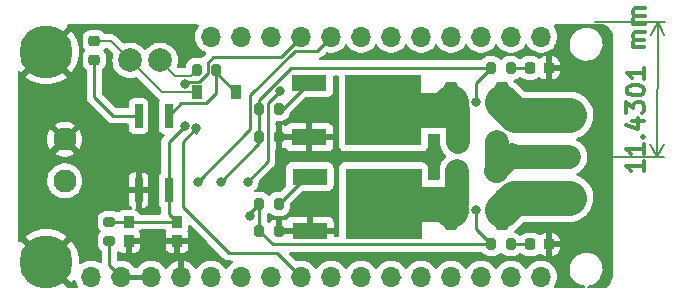
<source format=gtl>
G04 #@! TF.GenerationSoftware,KiCad,Pcbnew,7.0.1*
G04 #@! TF.CreationDate,2023-06-02T18:51:41-05:00*
G04 #@! TF.ProjectId,MiniSSO,4d696e69-5353-44f2-9e6b-696361645f70,2*
G04 #@! TF.SameCoordinates,Original*
G04 #@! TF.FileFunction,Copper,L1,Top*
G04 #@! TF.FilePolarity,Positive*
%FSLAX46Y46*%
G04 Gerber Fmt 4.6, Leading zero omitted, Abs format (unit mm)*
G04 Created by KiCad (PCBNEW 7.0.1) date 2023-06-02 18:51:41*
%MOMM*%
%LPD*%
G01*
G04 APERTURE LIST*
G04 Aperture macros list*
%AMRoundRect*
0 Rectangle with rounded corners*
0 $1 Rounding radius*
0 $2 $3 $4 $5 $6 $7 $8 $9 X,Y pos of 4 corners*
0 Add a 4 corners polygon primitive as box body*
4,1,4,$2,$3,$4,$5,$6,$7,$8,$9,$2,$3,0*
0 Add four circle primitives for the rounded corners*
1,1,$1+$1,$2,$3*
1,1,$1+$1,$4,$5*
1,1,$1+$1,$6,$7*
1,1,$1+$1,$8,$9*
0 Add four rect primitives between the rounded corners*
20,1,$1+$1,$2,$3,$4,$5,0*
20,1,$1+$1,$4,$5,$6,$7,0*
20,1,$1+$1,$6,$7,$8,$9,0*
20,1,$1+$1,$8,$9,$2,$3,0*%
G04 Aperture macros list end*
%ADD10C,0.300000*%
G04 #@! TA.AperFunction,NonConductor*
%ADD11C,0.300000*%
G04 #@! TD*
G04 #@! TA.AperFunction,NonConductor*
%ADD12C,0.200000*%
G04 #@! TD*
G04 #@! TA.AperFunction,SMDPad,CuDef*
%ADD13R,3.000000X1.400000*%
G04 #@! TD*
G04 #@! TA.AperFunction,SMDPad,CuDef*
%ADD14R,6.500000X6.000000*%
G04 #@! TD*
G04 #@! TA.AperFunction,SMDPad,CuDef*
%ADD15RoundRect,0.218750X-0.256250X0.218750X-0.256250X-0.218750X0.256250X-0.218750X0.256250X0.218750X0*%
G04 #@! TD*
G04 #@! TA.AperFunction,ComponentPad*
%ADD16C,4.500000*%
G04 #@! TD*
G04 #@! TA.AperFunction,SMDPad,CuDef*
%ADD17R,0.900000X1.200000*%
G04 #@! TD*
G04 #@! TA.AperFunction,SMDPad,CuDef*
%ADD18RoundRect,0.200000X-0.200000X-0.275000X0.200000X-0.275000X0.200000X0.275000X-0.200000X0.275000X0*%
G04 #@! TD*
G04 #@! TA.AperFunction,ComponentPad*
%ADD19O,1.700000X1.700000*%
G04 #@! TD*
G04 #@! TA.AperFunction,SMDPad,CuDef*
%ADD20RoundRect,0.218750X0.218750X0.256250X-0.218750X0.256250X-0.218750X-0.256250X0.218750X-0.256250X0*%
G04 #@! TD*
G04 #@! TA.AperFunction,ComponentPad*
%ADD21C,1.950000*%
G04 #@! TD*
G04 #@! TA.AperFunction,ComponentPad*
%ADD22C,2.000000*%
G04 #@! TD*
G04 #@! TA.AperFunction,SMDPad,CuDef*
%ADD23RoundRect,0.200000X0.275000X-0.200000X0.275000X0.200000X-0.275000X0.200000X-0.275000X-0.200000X0*%
G04 #@! TD*
G04 #@! TA.AperFunction,SMDPad,CuDef*
%ADD24RoundRect,0.250000X-0.312500X-1.450000X0.312500X-1.450000X0.312500X1.450000X-0.312500X1.450000X0*%
G04 #@! TD*
G04 #@! TA.AperFunction,SMDPad,CuDef*
%ADD25R,0.900000X1.000000*%
G04 #@! TD*
G04 #@! TA.AperFunction,SMDPad,CuDef*
%ADD26R,0.640000X2.000000*%
G04 #@! TD*
G04 #@! TA.AperFunction,ViaPad*
%ADD27C,0.800000*%
G04 #@! TD*
G04 #@! TA.AperFunction,Conductor*
%ADD28C,0.250000*%
G04 #@! TD*
G04 #@! TA.AperFunction,Conductor*
%ADD29C,0.200000*%
G04 #@! TD*
G04 #@! TA.AperFunction,Conductor*
%ADD30C,0.450000*%
G04 #@! TD*
G04 #@! TA.AperFunction,Conductor*
%ADD31C,2.000000*%
G04 #@! TD*
G04 #@! TA.AperFunction,Conductor*
%ADD32C,3.000000*%
G04 #@! TD*
G04 APERTURE END LIST*
D10*
D11*
X169987318Y-81301591D02*
X169983509Y-82158726D01*
X169985414Y-81730159D02*
X168485428Y-81723492D01*
X168485428Y-81723492D02*
X168699077Y-81867300D01*
X168699077Y-81867300D02*
X168841298Y-82010791D01*
X168841298Y-82010791D02*
X168912091Y-82153964D01*
X169993668Y-79873035D02*
X169989858Y-80730169D01*
X169991763Y-80301602D02*
X168491778Y-80294935D01*
X168491778Y-80294935D02*
X168705426Y-80438743D01*
X168705426Y-80438743D02*
X168847647Y-80582234D01*
X168847647Y-80582234D02*
X168918440Y-80725407D01*
X169853669Y-79229549D02*
X169925414Y-79158439D01*
X169925414Y-79158439D02*
X169996525Y-79230184D01*
X169996525Y-79230184D02*
X169924779Y-79301295D01*
X169924779Y-79301295D02*
X169853669Y-79229549D01*
X169853669Y-79229549D02*
X169996525Y-79230184D01*
X169002566Y-77868610D02*
X170002556Y-77873054D01*
X168429556Y-78223210D02*
X169499387Y-78585111D01*
X169499387Y-78585111D02*
X169503514Y-77656549D01*
X168505428Y-77223538D02*
X168509555Y-76294975D01*
X168509555Y-76294975D02*
X169078756Y-76797510D01*
X169078756Y-76797510D02*
X169079708Y-76583226D01*
X169079708Y-76583226D02*
X169151771Y-76440688D01*
X169151771Y-76440688D02*
X169223516Y-76369578D01*
X169223516Y-76369578D02*
X169366690Y-76298785D01*
X169366690Y-76298785D02*
X169723829Y-76300372D01*
X169723829Y-76300372D02*
X169866367Y-76372435D01*
X169866367Y-76372435D02*
X169937478Y-76444180D01*
X169937478Y-76444180D02*
X170008271Y-76587353D01*
X170008271Y-76587353D02*
X170006366Y-77015921D01*
X170006366Y-77015921D02*
X169934303Y-77158459D01*
X169934303Y-77158459D02*
X169862558Y-77229569D01*
X168513682Y-75366413D02*
X168514317Y-75223558D01*
X168514317Y-75223558D02*
X168586380Y-75081019D01*
X168586380Y-75081019D02*
X168658125Y-75009909D01*
X168658125Y-75009909D02*
X168801298Y-74939116D01*
X168801298Y-74939116D02*
X169087327Y-74868958D01*
X169087327Y-74868958D02*
X169444467Y-74870545D01*
X169444467Y-74870545D02*
X169729861Y-74943243D01*
X169729861Y-74943243D02*
X169872399Y-75015306D01*
X169872399Y-75015306D02*
X169943509Y-75087051D01*
X169943509Y-75087051D02*
X170014302Y-75230224D01*
X170014302Y-75230224D02*
X170013667Y-75373080D01*
X170013667Y-75373080D02*
X169941605Y-75515618D01*
X169941605Y-75515618D02*
X169869859Y-75586729D01*
X169869859Y-75586729D02*
X169726686Y-75657522D01*
X169726686Y-75657522D02*
X169440657Y-75727680D01*
X169440657Y-75727680D02*
X169083518Y-75726092D01*
X169083518Y-75726092D02*
X168798124Y-75653395D01*
X168798124Y-75653395D02*
X168655585Y-75581332D01*
X168655585Y-75581332D02*
X168584475Y-75509587D01*
X168584475Y-75509587D02*
X168513682Y-75366413D01*
X170022239Y-73444528D02*
X170018429Y-74301662D01*
X170020334Y-73873095D02*
X168520349Y-73866429D01*
X168520349Y-73866429D02*
X168733997Y-74010237D01*
X168733997Y-74010237D02*
X168876218Y-74153727D01*
X168876218Y-74153727D02*
X168947011Y-74296901D01*
X170030175Y-71658832D02*
X169030185Y-71654388D01*
X169173041Y-71655023D02*
X169101930Y-71583277D01*
X169101930Y-71583277D02*
X169031137Y-71440104D01*
X169031137Y-71440104D02*
X169032090Y-71225820D01*
X169032090Y-71225820D02*
X169104152Y-71083282D01*
X169104152Y-71083282D02*
X169247326Y-71012489D01*
X169247326Y-71012489D02*
X170033032Y-71015981D01*
X169247326Y-71012489D02*
X169104787Y-70940426D01*
X169104787Y-70940426D02*
X169033994Y-70797253D01*
X169033994Y-70797253D02*
X169034947Y-70582970D01*
X169034947Y-70582970D02*
X169107010Y-70440431D01*
X169107010Y-70440431D02*
X169250183Y-70369638D01*
X169250183Y-70369638D02*
X170035889Y-70373130D01*
X170039064Y-69658852D02*
X169039074Y-69654407D01*
X169181929Y-69655042D02*
X169110819Y-69583297D01*
X169110819Y-69583297D02*
X169040026Y-69440124D01*
X169040026Y-69440124D02*
X169040978Y-69225840D01*
X169040978Y-69225840D02*
X169113041Y-69083302D01*
X169113041Y-69083302D02*
X169256214Y-69012509D01*
X169256214Y-69012509D02*
X170041921Y-69016001D01*
X169256214Y-69012509D02*
X169113676Y-68940446D01*
X169113676Y-68940446D02*
X169042883Y-68797273D01*
X169042883Y-68797273D02*
X169043836Y-68582989D01*
X169043836Y-68582989D02*
X169115898Y-68440451D01*
X169115898Y-68440451D02*
X169259072Y-68369658D01*
X169259072Y-68369658D02*
X170044778Y-68373150D01*
D12*
X165853995Y-69496622D02*
X171732177Y-69522747D01*
X165803195Y-80926622D02*
X171681377Y-80952747D01*
X171145763Y-69520141D02*
X171094963Y-80950141D01*
X171145763Y-69520141D02*
X171094963Y-80950141D01*
X171145763Y-69520141D02*
X171727171Y-70649240D01*
X171145763Y-69520141D02*
X170554341Y-70644027D01*
X171094963Y-80950141D02*
X170513555Y-79821042D01*
X171094963Y-80950141D02*
X171686385Y-79826255D01*
D13*
X141700000Y-82600000D03*
X141700000Y-87200000D03*
D14*
X147950000Y-84900000D03*
D15*
X123444000Y-71120000D03*
X123444000Y-72695000D03*
D16*
X119370725Y-72029269D03*
D17*
X157504400Y-79654400D03*
X154204400Y-79654400D03*
D18*
X137425000Y-84925000D03*
X139075000Y-84925000D03*
D19*
X133340725Y-70759269D03*
X135880725Y-70759269D03*
X138420725Y-70759269D03*
X140960725Y-70759269D03*
X143500725Y-70759269D03*
X146040725Y-70759269D03*
X148580725Y-70759269D03*
X151120725Y-70759269D03*
X153660725Y-70759269D03*
X156200725Y-70759269D03*
X158740725Y-70759269D03*
X161280725Y-70759269D03*
D17*
X157500000Y-82100000D03*
X154200000Y-82100000D03*
D20*
X161937500Y-88350000D03*
X160362500Y-88350000D03*
D21*
X120954800Y-82956400D03*
X120954800Y-79456400D03*
D16*
X119370725Y-89809269D03*
D18*
X137425000Y-87225000D03*
X139075000Y-87225000D03*
D20*
X161925100Y-73406000D03*
X160350100Y-73406000D03*
D13*
X141668850Y-74662000D03*
X141668850Y-79262000D03*
D14*
X147918850Y-76962000D03*
D18*
X137425000Y-79250000D03*
X139075000Y-79250000D03*
D22*
X126492000Y-72771000D03*
X129032000Y-72771000D03*
D18*
X132121525Y-73553269D03*
X133771525Y-73553269D03*
X157075000Y-88350000D03*
X158725000Y-88350000D03*
D23*
X124714000Y-88074000D03*
X124714000Y-86424000D03*
D24*
X153655350Y-76327000D03*
X157930350Y-76327000D03*
X153662500Y-85450000D03*
X157937500Y-85450000D03*
D25*
X126347000Y-86449000D03*
X130447000Y-86449000D03*
X126347000Y-88049000D03*
X130447000Y-88049000D03*
D18*
X137400000Y-76925000D03*
X139050000Y-76925000D03*
D19*
X161280725Y-91079269D03*
X158740725Y-91079269D03*
X156200725Y-91079269D03*
X153660725Y-91079269D03*
X151120725Y-91079269D03*
X148580725Y-91079269D03*
X146040725Y-91079269D03*
X143500725Y-91079269D03*
X140960725Y-91079269D03*
X138420725Y-91079269D03*
X135880725Y-91079269D03*
X133340725Y-91079269D03*
X130800725Y-91079269D03*
X128260725Y-91079269D03*
X125720725Y-91079269D03*
X123180725Y-91079269D03*
D21*
X163682400Y-77424400D03*
X163682400Y-80924400D03*
X163682400Y-84424400D03*
D18*
X157061400Y-73406000D03*
X158711400Y-73406000D03*
D26*
X129733925Y-77464469D03*
X127193925Y-77464469D03*
X127193925Y-83764469D03*
X129733925Y-83764469D03*
D17*
X135447925Y-75483669D03*
X132147925Y-75483669D03*
D27*
X163500000Y-74500000D03*
X163500000Y-87000000D03*
X141000000Y-85000000D03*
X142500000Y-77000000D03*
X165500000Y-87000000D03*
X142500000Y-85000000D03*
X141000000Y-77000000D03*
X165500000Y-74500000D03*
X132083380Y-78528796D03*
X131100000Y-74784169D03*
X132250000Y-83023900D03*
X139178213Y-75328213D03*
X136450000Y-83023900D03*
X131100000Y-78350000D03*
X155792850Y-76327000D03*
X134200000Y-83023900D03*
X136625000Y-85950000D03*
X155800000Y-85425000D03*
D28*
X133771525Y-73553269D02*
X133771525Y-75559091D01*
X133771525Y-73807269D02*
X133771525Y-73553269D01*
X135447925Y-75483669D02*
X133771525Y-73807269D01*
X132922436Y-76408180D02*
X130790214Y-76408180D01*
X130790214Y-76408180D02*
X129733925Y-77464469D01*
X133771525Y-75559091D02*
X132922436Y-76408180D01*
D29*
X126492000Y-72771000D02*
X124841000Y-71120000D01*
X124841000Y-71120000D02*
X123444000Y-71120000D01*
X132147925Y-75483669D02*
X129204669Y-75483669D01*
X129204669Y-75483669D02*
X126492000Y-72771000D01*
D28*
X139075000Y-87225000D02*
X139100000Y-87200000D01*
X139075000Y-79250000D02*
X139087000Y-79262000D01*
X139100000Y-87200000D02*
X141700000Y-87200000D01*
X139087000Y-79262000D02*
X141668850Y-79262000D01*
X149342725Y-91079269D02*
X148580725Y-91079269D01*
X130950000Y-79662176D02*
X132083380Y-78528796D01*
X132083380Y-78716620D02*
X132083380Y-78891620D01*
X132083380Y-78528796D02*
X132083380Y-78716620D01*
X134850000Y-89075000D02*
X130950000Y-85175000D01*
X138956456Y-89075000D02*
X134850000Y-89075000D01*
X140960725Y-91079269D02*
X138956456Y-89075000D01*
X130950000Y-85175000D02*
X130950000Y-79662176D01*
X124714000Y-90072544D02*
X125720725Y-91079269D01*
X128260725Y-90562655D02*
X128260725Y-91079269D01*
X124714000Y-88074000D02*
X124714000Y-90072544D01*
D30*
X128260725Y-91079269D02*
X125720725Y-91079269D01*
D28*
X133047005Y-73844572D02*
X133047005Y-72952995D01*
X133047005Y-72952995D02*
X133500000Y-72500000D01*
X139219994Y-72500000D02*
X140960725Y-70759269D01*
X132332419Y-74559158D02*
X133047005Y-73844572D01*
X133500000Y-72500000D02*
X139219994Y-72500000D01*
X131100000Y-74784169D02*
X131325011Y-74559158D01*
X131325011Y-74559158D02*
X132332419Y-74559158D01*
X136675000Y-75733006D02*
X140474226Y-71933780D01*
X132250000Y-83023900D02*
X136675000Y-78598900D01*
X143500725Y-71007541D02*
X143500725Y-70759269D01*
X142326214Y-71933780D02*
X143500725Y-70759269D01*
X136675000Y-78598900D02*
X136675000Y-75733006D01*
X140474226Y-71933780D02*
X142326214Y-71933780D01*
X138149520Y-81324380D02*
X138149520Y-76356906D01*
X136450000Y-83023900D02*
X138149520Y-81324380D01*
X138149520Y-76356906D02*
X139178213Y-75328213D01*
X150934725Y-70945269D02*
X151120725Y-70759269D01*
X153484725Y-70935269D02*
X153660725Y-70759269D01*
X161280725Y-70759269D02*
X160518725Y-70759269D01*
D29*
X132121525Y-73553269D02*
X131613525Y-74061269D01*
X130322269Y-74061269D02*
X129032000Y-72771000D01*
X131613525Y-74061269D02*
X130322269Y-74061269D01*
D28*
X129733925Y-79716075D02*
X129733925Y-83764469D01*
X131100000Y-78350000D02*
X129733925Y-79716075D01*
X129733925Y-85735925D02*
X130447000Y-86449000D01*
X124739000Y-86449000D02*
X124714000Y-86424000D01*
X126347000Y-86449000D02*
X124739000Y-86449000D01*
X129733925Y-83764469D02*
X129733925Y-85735925D01*
X126347000Y-86449000D02*
X130447000Y-86449000D01*
X123444000Y-72695000D02*
X123444000Y-75882000D01*
X125026469Y-77464469D02*
X127193925Y-77464469D01*
X123444000Y-75882000D02*
X125026469Y-77464469D01*
X158711400Y-73406000D02*
X160350100Y-73406000D01*
D31*
X154204400Y-76876050D02*
X153655350Y-76327000D01*
D32*
X147918850Y-76962000D02*
X153020350Y-76962000D01*
D31*
X154204400Y-79654400D02*
X154204400Y-76876050D01*
D32*
X153020350Y-76962000D02*
X153655350Y-76327000D01*
X159027750Y-77424400D02*
X157930350Y-76327000D01*
X163682400Y-77424400D02*
X159027750Y-77424400D01*
D28*
X139050000Y-76925000D02*
X139405850Y-76925000D01*
X139405850Y-76925000D02*
X141668850Y-74662000D01*
X140075828Y-73406000D02*
X157061400Y-73406000D01*
X137400000Y-76925000D02*
X137400000Y-76081828D01*
X137425000Y-76950000D02*
X137400000Y-76925000D01*
X134200000Y-83023900D02*
X137425000Y-79798900D01*
X137425000Y-79798900D02*
X137425000Y-79250000D01*
X137400000Y-76081828D02*
X140075828Y-73406000D01*
X155792850Y-74674550D02*
X155792850Y-76327000D01*
X157061400Y-73406000D02*
X155792850Y-74674550D01*
X137425000Y-79250000D02*
X137425000Y-76950000D01*
D31*
X157500000Y-82100000D02*
X158850000Y-80750000D01*
X158850000Y-80750000D02*
X159024400Y-80924400D01*
X157504400Y-79654400D02*
X157504400Y-82095600D01*
X159024400Y-80924400D02*
X163682400Y-80924400D01*
X157504400Y-82095600D02*
X157500000Y-82100000D01*
D32*
X163682400Y-84424400D02*
X158963100Y-84424400D01*
X158963100Y-84424400D02*
X157937500Y-85450000D01*
D28*
X136625000Y-85950000D02*
X136625000Y-85725000D01*
X155800000Y-87075000D02*
X155800000Y-85425000D01*
X137425000Y-87225000D02*
X138550000Y-88350000D01*
X137425000Y-87225000D02*
X137425000Y-84925000D01*
X136625000Y-85725000D02*
X137425000Y-84925000D01*
X138550000Y-88350000D02*
X157075000Y-88350000D01*
X157075000Y-88350000D02*
X155800000Y-87075000D01*
X158725000Y-88350000D02*
X160362500Y-88350000D01*
D32*
X153112500Y-84900000D02*
X153662500Y-85450000D01*
D31*
X154200000Y-84912500D02*
X153662500Y-85450000D01*
D32*
X147950000Y-84900000D02*
X153112500Y-84900000D01*
D31*
X154200000Y-82100000D02*
X154200000Y-84912500D01*
D28*
X141400000Y-82600000D02*
X141700000Y-82600000D01*
X139075000Y-84925000D02*
X141400000Y-82600000D01*
G04 #@! TA.AperFunction,Conductor*
G36*
X166622364Y-69728406D02*
G01*
X166655743Y-69744162D01*
X166994620Y-69970080D01*
X167013823Y-69985823D01*
X167237966Y-70209966D01*
X167268405Y-70259216D01*
X167379534Y-70592602D01*
X167386000Y-70632447D01*
X167386000Y-91034735D01*
X167376988Y-91081530D01*
X167141604Y-91669988D01*
X167113711Y-91712288D01*
X166787902Y-92038097D01*
X166747028Y-92065409D01*
X166698810Y-92075000D01*
X165328793Y-92075000D01*
X165267343Y-92059000D01*
X165221500Y-92015063D01*
X165202907Y-91954347D01*
X165216284Y-91892274D01*
X165258236Y-91844608D01*
X165318108Y-91823454D01*
X165327080Y-91822690D01*
X165384467Y-91807747D01*
X165556634Y-91762919D01*
X165772785Y-91665212D01*
X165969315Y-91532382D01*
X166140569Y-91368248D01*
X166281621Y-91177533D01*
X166388413Y-90965723D01*
X166457873Y-90738912D01*
X166488003Y-90503625D01*
X166477935Y-90266630D01*
X166427961Y-90034745D01*
X166339516Y-89814642D01*
X166215146Y-89612652D01*
X166215145Y-89612651D01*
X166215144Y-89612649D01*
X166058429Y-89434587D01*
X165873873Y-89285568D01*
X165666783Y-89169880D01*
X165443126Y-89090858D01*
X165436892Y-89089789D01*
X165209329Y-89050769D01*
X165031534Y-89050769D01*
X165031533Y-89050769D01*
X164854369Y-89065847D01*
X164624818Y-89125618D01*
X164408664Y-89223325D01*
X164212132Y-89356157D01*
X164040884Y-89520285D01*
X163899829Y-89711005D01*
X163793035Y-89922818D01*
X163723576Y-90149626D01*
X163693446Y-90384913D01*
X163703514Y-90621905D01*
X163753488Y-90853792D01*
X163841934Y-91073896D01*
X163966305Y-91275888D01*
X164047596Y-91368252D01*
X164123022Y-91453952D01*
X164144849Y-91471576D01*
X164307576Y-91602969D01*
X164307577Y-91602969D01*
X164307579Y-91602971D01*
X164514665Y-91718657D01*
X164738324Y-91797680D01*
X164896560Y-91824812D01*
X164953026Y-91849857D01*
X164990803Y-91898731D01*
X165000811Y-91959686D01*
X164980645Y-92018073D01*
X164935152Y-92059858D01*
X164875265Y-92075000D01*
X162485745Y-92075000D01*
X162421247Y-92057241D01*
X162374931Y-92008969D01*
X162359853Y-91943793D01*
X162380261Y-91880086D01*
X162479585Y-91728060D01*
X162570021Y-91521885D01*
X162625289Y-91303637D01*
X162643881Y-91079269D01*
X162625289Y-90854901D01*
X162570021Y-90636653D01*
X162479585Y-90430478D01*
X162356447Y-90242001D01*
X162203965Y-90076363D01*
X162203964Y-90076362D01*
X162203962Y-90076360D01*
X162026303Y-89938081D01*
X161828298Y-89830926D01*
X161637961Y-89765584D01*
X161615360Y-89757825D01*
X161393294Y-89720769D01*
X161168156Y-89720769D01*
X160946090Y-89757825D01*
X160946087Y-89757825D01*
X160946087Y-89757826D01*
X160733151Y-89830926D01*
X160535146Y-89938081D01*
X160357487Y-90076360D01*
X160205003Y-90242000D01*
X160116208Y-90377912D01*
X160070694Y-90419810D01*
X160010725Y-90434996D01*
X159950756Y-90419810D01*
X159905242Y-90377912D01*
X159816446Y-90242000D01*
X159663965Y-90076363D01*
X159663964Y-90076362D01*
X159663962Y-90076360D01*
X159486303Y-89938081D01*
X159288298Y-89830926D01*
X159097961Y-89765584D01*
X159075360Y-89757825D01*
X158853294Y-89720769D01*
X158628156Y-89720769D01*
X158406090Y-89757825D01*
X158406087Y-89757825D01*
X158406087Y-89757826D01*
X158193151Y-89830926D01*
X157995146Y-89938081D01*
X157817487Y-90076360D01*
X157665003Y-90242000D01*
X157576208Y-90377912D01*
X157530694Y-90419810D01*
X157470725Y-90434996D01*
X157410756Y-90419810D01*
X157365242Y-90377912D01*
X157276446Y-90242000D01*
X157123965Y-90076363D01*
X157123964Y-90076362D01*
X157123962Y-90076360D01*
X156946303Y-89938081D01*
X156748298Y-89830926D01*
X156557961Y-89765584D01*
X156535360Y-89757825D01*
X156313294Y-89720769D01*
X156088156Y-89720769D01*
X155866090Y-89757825D01*
X155866087Y-89757825D01*
X155866087Y-89757826D01*
X155653151Y-89830926D01*
X155455146Y-89938081D01*
X155277487Y-90076360D01*
X155125003Y-90242000D01*
X155036208Y-90377912D01*
X154990694Y-90419810D01*
X154930725Y-90434996D01*
X154870756Y-90419810D01*
X154825242Y-90377912D01*
X154736446Y-90242000D01*
X154583965Y-90076363D01*
X154583964Y-90076362D01*
X154583962Y-90076360D01*
X154406303Y-89938081D01*
X154208298Y-89830926D01*
X154017961Y-89765584D01*
X153995360Y-89757825D01*
X153773294Y-89720769D01*
X153548156Y-89720769D01*
X153326090Y-89757825D01*
X153326087Y-89757825D01*
X153326087Y-89757826D01*
X153113151Y-89830926D01*
X152915146Y-89938081D01*
X152737487Y-90076360D01*
X152585003Y-90242000D01*
X152496208Y-90377912D01*
X152450694Y-90419810D01*
X152390725Y-90434996D01*
X152330756Y-90419810D01*
X152285242Y-90377912D01*
X152196446Y-90242000D01*
X152043965Y-90076363D01*
X152043964Y-90076362D01*
X152043962Y-90076360D01*
X151866303Y-89938081D01*
X151668298Y-89830926D01*
X151477961Y-89765584D01*
X151455360Y-89757825D01*
X151233294Y-89720769D01*
X151008156Y-89720769D01*
X150786090Y-89757825D01*
X150786087Y-89757825D01*
X150786087Y-89757826D01*
X150573151Y-89830926D01*
X150375146Y-89938081D01*
X150197487Y-90076360D01*
X150045003Y-90242000D01*
X149956208Y-90377912D01*
X149910694Y-90419810D01*
X149850725Y-90434996D01*
X149790756Y-90419810D01*
X149745242Y-90377912D01*
X149656446Y-90242000D01*
X149503965Y-90076363D01*
X149503964Y-90076362D01*
X149503962Y-90076360D01*
X149326303Y-89938081D01*
X149128298Y-89830926D01*
X148937961Y-89765584D01*
X148915360Y-89757825D01*
X148693294Y-89720769D01*
X148468156Y-89720769D01*
X148246090Y-89757825D01*
X148246087Y-89757825D01*
X148246087Y-89757826D01*
X148033151Y-89830926D01*
X147835146Y-89938081D01*
X147657487Y-90076360D01*
X147505003Y-90242000D01*
X147416208Y-90377912D01*
X147370694Y-90419810D01*
X147310725Y-90434996D01*
X147250756Y-90419810D01*
X147205242Y-90377912D01*
X147116446Y-90242000D01*
X146963965Y-90076363D01*
X146963964Y-90076362D01*
X146963962Y-90076360D01*
X146786303Y-89938081D01*
X146588298Y-89830926D01*
X146397961Y-89765584D01*
X146375360Y-89757825D01*
X146153294Y-89720769D01*
X145928156Y-89720769D01*
X145706090Y-89757825D01*
X145706087Y-89757825D01*
X145706087Y-89757826D01*
X145493151Y-89830926D01*
X145295146Y-89938081D01*
X145117487Y-90076360D01*
X144965003Y-90242000D01*
X144876208Y-90377912D01*
X144830694Y-90419810D01*
X144770725Y-90434996D01*
X144710756Y-90419810D01*
X144665242Y-90377912D01*
X144576446Y-90242000D01*
X144423965Y-90076363D01*
X144423964Y-90076362D01*
X144423962Y-90076360D01*
X144246303Y-89938081D01*
X144048298Y-89830926D01*
X143857961Y-89765584D01*
X143835360Y-89757825D01*
X143613294Y-89720769D01*
X143388156Y-89720769D01*
X143166090Y-89757825D01*
X143166087Y-89757825D01*
X143166087Y-89757826D01*
X142953151Y-89830926D01*
X142755146Y-89938081D01*
X142577487Y-90076360D01*
X142425003Y-90242000D01*
X142336208Y-90377912D01*
X142290694Y-90419810D01*
X142230725Y-90434996D01*
X142170756Y-90419810D01*
X142125242Y-90377912D01*
X142036446Y-90242000D01*
X141883965Y-90076363D01*
X141883964Y-90076362D01*
X141883962Y-90076360D01*
X141706303Y-89938081D01*
X141508298Y-89830926D01*
X141317961Y-89765584D01*
X141295360Y-89757825D01*
X141073294Y-89720769D01*
X140848156Y-89720769D01*
X140626090Y-89757825D01*
X140626085Y-89757826D01*
X140615793Y-89759544D01*
X140615273Y-89756431D01*
X140563476Y-89759098D01*
X140502801Y-89725440D01*
X139975956Y-89198595D01*
X139945218Y-89148436D01*
X139940602Y-89089789D01*
X139963115Y-89035439D01*
X140007848Y-88997233D01*
X140065051Y-88983500D01*
X156192757Y-88983500D01*
X156254655Y-88999752D01*
X156300585Y-89044315D01*
X156313184Y-89065156D01*
X156434842Y-89186814D01*
X156434844Y-89186815D01*
X156434845Y-89186816D01*
X156582087Y-89275827D01*
X156746351Y-89327013D01*
X156817735Y-89333500D01*
X157332264Y-89333499D01*
X157403649Y-89327013D01*
X157567913Y-89275827D01*
X157715155Y-89186816D01*
X157753940Y-89148031D01*
X157810905Y-89091067D01*
X157867389Y-89058455D01*
X157932611Y-89058455D01*
X157989095Y-89091067D01*
X158084842Y-89186814D01*
X158084844Y-89186815D01*
X158084845Y-89186816D01*
X158232087Y-89275827D01*
X158396351Y-89327013D01*
X158467735Y-89333500D01*
X158982264Y-89333499D01*
X159053649Y-89327013D01*
X159217913Y-89275827D01*
X159365155Y-89186816D01*
X159397243Y-89154728D01*
X159441397Y-89110575D01*
X159497881Y-89077963D01*
X159563103Y-89077963D01*
X159619587Y-89110575D01*
X159689609Y-89180597D01*
X159689611Y-89180598D01*
X159689613Y-89180600D01*
X159833567Y-89269392D01*
X159834310Y-89269850D01*
X159995682Y-89323323D01*
X159995683Y-89323323D01*
X159995686Y-89323324D01*
X160095289Y-89333500D01*
X160629710Y-89333499D01*
X160729314Y-89323324D01*
X160890692Y-89269849D01*
X161035387Y-89180600D01*
X161061259Y-89154727D01*
X161117740Y-89122117D01*
X161182963Y-89122116D01*
X161239448Y-89154728D01*
X161264922Y-89180202D01*
X161409519Y-89269391D01*
X161570788Y-89322830D01*
X161670332Y-89333000D01*
X161683500Y-89333000D01*
X161683500Y-88604000D01*
X162191500Y-88604000D01*
X162191500Y-89332999D01*
X162204669Y-89332999D01*
X162304212Y-89322830D01*
X162465479Y-89269392D01*
X162610077Y-89180202D01*
X162730202Y-89060077D01*
X162819391Y-88915480D01*
X162872830Y-88754211D01*
X162883000Y-88654668D01*
X162883000Y-88604000D01*
X162191500Y-88604000D01*
X161683500Y-88604000D01*
X161683500Y-87367001D01*
X161670331Y-87367001D01*
X161570787Y-87377169D01*
X161409520Y-87430607D01*
X161264924Y-87519796D01*
X161239447Y-87545273D01*
X161182963Y-87577883D01*
X161117740Y-87577882D01*
X161061258Y-87545271D01*
X161035387Y-87519400D01*
X160996988Y-87495715D01*
X160890689Y-87430149D01*
X160729317Y-87376676D01*
X160691962Y-87372860D01*
X160634605Y-87367000D01*
X162191500Y-87367000D01*
X162191500Y-88096000D01*
X162882999Y-88096000D01*
X162882999Y-88045331D01*
X162872830Y-87945787D01*
X162819392Y-87784520D01*
X162730202Y-87639922D01*
X162610077Y-87519797D01*
X162465480Y-87430608D01*
X162304211Y-87377169D01*
X162204668Y-87367000D01*
X162191500Y-87367000D01*
X160634605Y-87367000D01*
X160629711Y-87366500D01*
X160629706Y-87366500D01*
X160095293Y-87366500D01*
X160008474Y-87375369D01*
X159995686Y-87376676D01*
X159834308Y-87430151D01*
X159782480Y-87462119D01*
X159689609Y-87519402D01*
X159619587Y-87589425D01*
X159563103Y-87622037D01*
X159497881Y-87622037D01*
X159441397Y-87589425D01*
X159365157Y-87513185D01*
X159292742Y-87469409D01*
X159217913Y-87424173D01*
X159053649Y-87372987D01*
X159053648Y-87372986D01*
X159051717Y-87372385D01*
X159001601Y-87342656D01*
X158970221Y-87293557D01*
X158964287Y-87235590D01*
X158985069Y-87181152D01*
X159028119Y-87141886D01*
X159034079Y-87138583D01*
X159258412Y-86969536D01*
X159758145Y-86469802D01*
X159799020Y-86442491D01*
X159847238Y-86432900D01*
X163752547Y-86432900D01*
X163763430Y-86432138D01*
X163962612Y-86418211D01*
X164237370Y-86359809D01*
X164501326Y-86263737D01*
X164749342Y-86131864D01*
X164976592Y-85966758D01*
X165178652Y-85771631D01*
X165351588Y-85550282D01*
X165430815Y-85413057D01*
X165492037Y-85307018D01*
X165597262Y-85046576D01*
X165630715Y-84912404D01*
X165665217Y-84774024D01*
X165694578Y-84494667D01*
X165693932Y-84476181D01*
X165685626Y-84238303D01*
X165684775Y-84213942D01*
X165635998Y-83937313D01*
X165549197Y-83670165D01*
X165468531Y-83504776D01*
X165426060Y-83417697D01*
X165268985Y-83184824D01*
X165081029Y-82976078D01*
X164865849Y-82795520D01*
X164731200Y-82711383D01*
X164627636Y-82646669D01*
X164371025Y-82532418D01*
X164371024Y-82532417D01*
X164371018Y-82532415D01*
X164345179Y-82525006D01*
X164292091Y-82494241D01*
X164259829Y-82442050D01*
X164256043Y-82380808D01*
X164281630Y-82325040D01*
X164330520Y-82287972D01*
X164385716Y-82264456D01*
X164591568Y-82134283D01*
X164773874Y-81972775D01*
X164927910Y-81784114D01*
X165049689Y-81573187D01*
X165136056Y-81345457D01*
X165184774Y-81106821D01*
X165194581Y-80863461D01*
X165165223Y-80621680D01*
X165097461Y-80387738D01*
X164993050Y-80167696D01*
X164990395Y-80163850D01*
X164854691Y-79967249D01*
X164685979Y-79791602D01*
X164685978Y-79791601D01*
X164685975Y-79791598D01*
X164491265Y-79645283D01*
X164491261Y-79645281D01*
X164491260Y-79645280D01*
X164318514Y-79554616D01*
X164274934Y-79516836D01*
X164252755Y-79463595D01*
X164256624Y-79406048D01*
X164285730Y-79356255D01*
X164333975Y-79324648D01*
X164501323Y-79263738D01*
X164501322Y-79263738D01*
X164501326Y-79263737D01*
X164749342Y-79131864D01*
X164976592Y-78966758D01*
X165178652Y-78771631D01*
X165351588Y-78550282D01*
X165410949Y-78447464D01*
X165492037Y-78307018D01*
X165597262Y-78046576D01*
X165608460Y-78001665D01*
X165665217Y-77774024D01*
X165694578Y-77494667D01*
X165691656Y-77411005D01*
X165687461Y-77290868D01*
X165684775Y-77213942D01*
X165635998Y-76937313D01*
X165549197Y-76670165D01*
X165483056Y-76534557D01*
X165426060Y-76417697D01*
X165268985Y-76184824D01*
X165081029Y-75976078D01*
X164865849Y-75795520D01*
X164693301Y-75687701D01*
X164627636Y-75646669D01*
X164371025Y-75532418D01*
X164371022Y-75532417D01*
X164101012Y-75454993D01*
X163915568Y-75428931D01*
X163822848Y-75415900D01*
X163822847Y-75415900D01*
X159911888Y-75415900D01*
X159863670Y-75406309D01*
X159822795Y-75378997D01*
X159300973Y-74857175D01*
X159300972Y-74857174D01*
X159300966Y-74857168D01*
X159142051Y-74719025D01*
X159042085Y-74654107D01*
X158984823Y-74616920D01*
X158953709Y-74588243D01*
X158933844Y-74550880D01*
X158932900Y-74548031D01*
X158927569Y-74492056D01*
X158947119Y-74439337D01*
X158987655Y-74400370D01*
X159027406Y-74387390D01*
X159027282Y-74386991D01*
X159040047Y-74383013D01*
X159040049Y-74383013D01*
X159204313Y-74331827D01*
X159351555Y-74242816D01*
X159389935Y-74204436D01*
X159428397Y-74165975D01*
X159484881Y-74133363D01*
X159550103Y-74133363D01*
X159606587Y-74165975D01*
X159677209Y-74236597D01*
X159677211Y-74236598D01*
X159677213Y-74236600D01*
X159821167Y-74325392D01*
X159821910Y-74325850D01*
X159983282Y-74379323D01*
X159983283Y-74379323D01*
X159983286Y-74379324D01*
X160082889Y-74389500D01*
X160617310Y-74389499D01*
X160716914Y-74379324D01*
X160878292Y-74325849D01*
X161022987Y-74236600D01*
X161048859Y-74210727D01*
X161105340Y-74178117D01*
X161170563Y-74178116D01*
X161227048Y-74210728D01*
X161252522Y-74236202D01*
X161397119Y-74325391D01*
X161558388Y-74378830D01*
X161657932Y-74389000D01*
X161671100Y-74389000D01*
X161671100Y-73660000D01*
X162179100Y-73660000D01*
X162179100Y-74388999D01*
X162192269Y-74388999D01*
X162291812Y-74378830D01*
X162453079Y-74325392D01*
X162597677Y-74236202D01*
X162717802Y-74116077D01*
X162806991Y-73971480D01*
X162860430Y-73810211D01*
X162870600Y-73710668D01*
X162870600Y-73660000D01*
X162179100Y-73660000D01*
X161671100Y-73660000D01*
X161671100Y-72423001D01*
X161657931Y-72423001D01*
X161558387Y-72433169D01*
X161397120Y-72486607D01*
X161252524Y-72575796D01*
X161227047Y-72601273D01*
X161170563Y-72633883D01*
X161105340Y-72633882D01*
X161048858Y-72601271D01*
X161022987Y-72575400D01*
X161012909Y-72569184D01*
X160878289Y-72486149D01*
X160716917Y-72432676D01*
X160679562Y-72428859D01*
X160622206Y-72423000D01*
X162179100Y-72423000D01*
X162179100Y-73152000D01*
X162870599Y-73152000D01*
X162870599Y-73101331D01*
X162860430Y-73001787D01*
X162806992Y-72840520D01*
X162717802Y-72695922D01*
X162597677Y-72575797D01*
X162453080Y-72486608D01*
X162291811Y-72433169D01*
X162192268Y-72423000D01*
X162179100Y-72423000D01*
X160622206Y-72423000D01*
X160617311Y-72422500D01*
X160617306Y-72422500D01*
X160082893Y-72422500D01*
X159996074Y-72431369D01*
X159983286Y-72432676D01*
X159821908Y-72486151D01*
X159767358Y-72519798D01*
X159677209Y-72575402D01*
X159606587Y-72646025D01*
X159550103Y-72678637D01*
X159484881Y-72678637D01*
X159428397Y-72646025D01*
X159351557Y-72569185D01*
X159293006Y-72533790D01*
X159204313Y-72480173D01*
X159125413Y-72455587D01*
X159040048Y-72428986D01*
X158974167Y-72423000D01*
X158968664Y-72422500D01*
X158454135Y-72422500D01*
X158382751Y-72428986D01*
X158218487Y-72480173D01*
X158071242Y-72569185D01*
X157975495Y-72664933D01*
X157919011Y-72697545D01*
X157853789Y-72697545D01*
X157797305Y-72664933D01*
X157701557Y-72569185D01*
X157643006Y-72533790D01*
X157554313Y-72480173D01*
X157475413Y-72455587D01*
X157390048Y-72428986D01*
X157324167Y-72423000D01*
X157318664Y-72422500D01*
X156804135Y-72422500D01*
X156732751Y-72428986D01*
X156568487Y-72480173D01*
X156421242Y-72569185D01*
X156299584Y-72690843D01*
X156286985Y-72711685D01*
X156241055Y-72756248D01*
X156179157Y-72772500D01*
X142595320Y-72772500D01*
X142537530Y-72758466D01*
X142492613Y-72719489D01*
X142470577Y-72664252D01*
X142476329Y-72605061D01*
X142508589Y-72555102D01*
X142560165Y-72525504D01*
X142579807Y-72519798D01*
X142597253Y-72509479D01*
X142614994Y-72500789D01*
X142633831Y-72493332D01*
X142669606Y-72467338D01*
X142679517Y-72460828D01*
X142717576Y-72438322D01*
X142731905Y-72423992D01*
X142746933Y-72411157D01*
X142763321Y-72399252D01*
X142791517Y-72365166D01*
X142799486Y-72356410D01*
X143042801Y-72113095D01*
X143103491Y-72079435D01*
X143155270Y-72082111D01*
X143155791Y-72078994D01*
X143166087Y-72080712D01*
X143166090Y-72080713D01*
X143388156Y-72117769D01*
X143613291Y-72117769D01*
X143613294Y-72117769D01*
X143835360Y-72080713D01*
X144048299Y-72007611D01*
X144246301Y-71900458D01*
X144423965Y-71762175D01*
X144576447Y-71596537D01*
X144665243Y-71460623D01*
X144710756Y-71418727D01*
X144770725Y-71403541D01*
X144830694Y-71418727D01*
X144876206Y-71460623D01*
X144965003Y-71596537D01*
X145061197Y-71701031D01*
X145117487Y-71762177D01*
X145262298Y-71874889D01*
X145295149Y-71900458D01*
X145493151Y-72007611D01*
X145706090Y-72080713D01*
X145928156Y-72117769D01*
X146153291Y-72117769D01*
X146153294Y-72117769D01*
X146375360Y-72080713D01*
X146588299Y-72007611D01*
X146786301Y-71900458D01*
X146963965Y-71762175D01*
X147116447Y-71596537D01*
X147205243Y-71460623D01*
X147250756Y-71418727D01*
X147310725Y-71403541D01*
X147370694Y-71418727D01*
X147416206Y-71460623D01*
X147505003Y-71596537D01*
X147601197Y-71701031D01*
X147657487Y-71762177D01*
X147802298Y-71874889D01*
X147835149Y-71900458D01*
X148033151Y-72007611D01*
X148246090Y-72080713D01*
X148468156Y-72117769D01*
X148693291Y-72117769D01*
X148693294Y-72117769D01*
X148915360Y-72080713D01*
X149128299Y-72007611D01*
X149326301Y-71900458D01*
X149503965Y-71762175D01*
X149656447Y-71596537D01*
X149745243Y-71460623D01*
X149790756Y-71418727D01*
X149850725Y-71403541D01*
X149910694Y-71418727D01*
X149956206Y-71460623D01*
X150045003Y-71596537D01*
X150141197Y-71701031D01*
X150197487Y-71762177D01*
X150342298Y-71874889D01*
X150375149Y-71900458D01*
X150573151Y-72007611D01*
X150786090Y-72080713D01*
X151008156Y-72117769D01*
X151233291Y-72117769D01*
X151233294Y-72117769D01*
X151455360Y-72080713D01*
X151668299Y-72007611D01*
X151866301Y-71900458D01*
X152043965Y-71762175D01*
X152196447Y-71596537D01*
X152285243Y-71460623D01*
X152330756Y-71418727D01*
X152390725Y-71403541D01*
X152450694Y-71418727D01*
X152496206Y-71460623D01*
X152585003Y-71596537D01*
X152681197Y-71701031D01*
X152737487Y-71762177D01*
X152882298Y-71874889D01*
X152915149Y-71900458D01*
X153113151Y-72007611D01*
X153326090Y-72080713D01*
X153548156Y-72117769D01*
X153773291Y-72117769D01*
X153773294Y-72117769D01*
X153995360Y-72080713D01*
X154208299Y-72007611D01*
X154406301Y-71900458D01*
X154583965Y-71762175D01*
X154736447Y-71596537D01*
X154825243Y-71460623D01*
X154870756Y-71418727D01*
X154930725Y-71403541D01*
X154990694Y-71418727D01*
X155036206Y-71460623D01*
X155125003Y-71596537D01*
X155221197Y-71701031D01*
X155277487Y-71762177D01*
X155422298Y-71874889D01*
X155455149Y-71900458D01*
X155653151Y-72007611D01*
X155866090Y-72080713D01*
X156088156Y-72117769D01*
X156313291Y-72117769D01*
X156313294Y-72117769D01*
X156535360Y-72080713D01*
X156748299Y-72007611D01*
X156946301Y-71900458D01*
X157123965Y-71762175D01*
X157276447Y-71596537D01*
X157365243Y-71460623D01*
X157410756Y-71418727D01*
X157470725Y-71403541D01*
X157530694Y-71418727D01*
X157576206Y-71460623D01*
X157665003Y-71596537D01*
X157761197Y-71701031D01*
X157817487Y-71762177D01*
X157962298Y-71874889D01*
X157995149Y-71900458D01*
X158193151Y-72007611D01*
X158406090Y-72080713D01*
X158628156Y-72117769D01*
X158853291Y-72117769D01*
X158853294Y-72117769D01*
X159075360Y-72080713D01*
X159288299Y-72007611D01*
X159486301Y-71900458D01*
X159663965Y-71762175D01*
X159816447Y-71596537D01*
X159905243Y-71460623D01*
X159950756Y-71418727D01*
X160010725Y-71403541D01*
X160070694Y-71418727D01*
X160116206Y-71460623D01*
X160205003Y-71596537D01*
X160301197Y-71701031D01*
X160357487Y-71762177D01*
X160502298Y-71874889D01*
X160535149Y-71900458D01*
X160733151Y-72007611D01*
X160946090Y-72080713D01*
X161168156Y-72117769D01*
X161393291Y-72117769D01*
X161393294Y-72117769D01*
X161615360Y-72080713D01*
X161828299Y-72007611D01*
X162026301Y-71900458D01*
X162203965Y-71762175D01*
X162356447Y-71596537D01*
X162479585Y-71408060D01*
X162511670Y-71334913D01*
X163693446Y-71334913D01*
X163703514Y-71571905D01*
X163753488Y-71803792D01*
X163841934Y-72023896D01*
X163966305Y-72225888D01*
X164088899Y-72365181D01*
X164123022Y-72403952D01*
X164158596Y-72432676D01*
X164307576Y-72552969D01*
X164307577Y-72552969D01*
X164307579Y-72552971D01*
X164514665Y-72668657D01*
X164738324Y-72747680D01*
X164972121Y-72787769D01*
X165149916Y-72787769D01*
X165149917Y-72787769D01*
X165327080Y-72772690D01*
X165390226Y-72756248D01*
X165556634Y-72712919D01*
X165772785Y-72615212D01*
X165969315Y-72482382D01*
X166140569Y-72318248D01*
X166281621Y-72127533D01*
X166388413Y-71915723D01*
X166457873Y-71688912D01*
X166488003Y-71453625D01*
X166477935Y-71216630D01*
X166427961Y-70984745D01*
X166339516Y-70764642D01*
X166215146Y-70562652D01*
X166215145Y-70562651D01*
X166215144Y-70562649D01*
X166058429Y-70384587D01*
X165873873Y-70235568D01*
X165666783Y-70119880D01*
X165443126Y-70040858D01*
X165209329Y-70000769D01*
X165031534Y-70000769D01*
X165031533Y-70000769D01*
X164854369Y-70015847D01*
X164624818Y-70075618D01*
X164408664Y-70173325D01*
X164212132Y-70306157D01*
X164040884Y-70470285D01*
X163899829Y-70661005D01*
X163793035Y-70872818D01*
X163723576Y-71099626D01*
X163693446Y-71334913D01*
X162511670Y-71334913D01*
X162570021Y-71201885D01*
X162625289Y-70983637D01*
X162643881Y-70759269D01*
X162625289Y-70534901D01*
X162570021Y-70316653D01*
X162479585Y-70110478D01*
X162356447Y-69922001D01*
X162356443Y-69921996D01*
X162353777Y-69917916D01*
X162333368Y-69854207D01*
X162348446Y-69789031D01*
X162394762Y-69740759D01*
X162459260Y-69723000D01*
X166585851Y-69723000D01*
X166622364Y-69728406D01*
G37*
G04 #@! TD.AperFunction*
G04 #@! TA.AperFunction,Conductor*
G36*
X132226688Y-69740759D02*
G01*
X132273004Y-69789031D01*
X132288082Y-69854207D01*
X132267673Y-69917916D01*
X132265006Y-69921996D01*
X132265003Y-69922001D01*
X132203690Y-70015847D01*
X132141864Y-70110478D01*
X132051427Y-70316657D01*
X131996162Y-70534896D01*
X131996161Y-70534901D01*
X131977569Y-70759269D01*
X131996161Y-70983637D01*
X131996161Y-70983640D01*
X131996162Y-70983641D01*
X132051427Y-71201880D01*
X132141864Y-71408059D01*
X132171633Y-71453624D01*
X132265003Y-71596537D01*
X132361197Y-71701031D01*
X132417487Y-71762177D01*
X132562298Y-71874889D01*
X132595149Y-71900458D01*
X132668420Y-71940110D01*
X132793151Y-72007611D01*
X132828050Y-72019592D01*
X132880716Y-72054390D01*
X132909896Y-72110365D01*
X132908265Y-72173468D01*
X132876233Y-72227860D01*
X132658339Y-72445754D01*
X132642019Y-72458830D01*
X132593374Y-72510631D01*
X132590625Y-72513468D01*
X132565273Y-72538822D01*
X132563670Y-72537219D01*
X132524683Y-72567499D01*
X132463053Y-72577426D01*
X132395213Y-72571261D01*
X132378789Y-72569769D01*
X131864260Y-72569769D01*
X131792876Y-72576255D01*
X131628612Y-72627442D01*
X131481367Y-72716454D01*
X131359710Y-72838111D01*
X131270698Y-72985356D01*
X131219511Y-73149620D01*
X131213025Y-73221005D01*
X131213025Y-73326769D01*
X131196144Y-73389769D01*
X131150025Y-73435888D01*
X131087025Y-73452769D01*
X130626507Y-73452769D01*
X130578289Y-73443178D01*
X130537412Y-73415864D01*
X130498136Y-73376588D01*
X130470820Y-73335707D01*
X130461231Y-73287483D01*
X130469030Y-73248294D01*
X130468790Y-73248237D01*
X130470262Y-73242104D01*
X130470828Y-73239262D01*
X130471105Y-73238594D01*
X130526535Y-73007711D01*
X130545165Y-72771000D01*
X130526535Y-72534289D01*
X130524425Y-72525502D01*
X130505280Y-72445754D01*
X130471105Y-72303406D01*
X130380240Y-72084037D01*
X130362072Y-72054390D01*
X130256176Y-71881584D01*
X130101969Y-71701030D01*
X129921415Y-71546823D01*
X129718966Y-71422761D01*
X129499594Y-71331895D01*
X129268711Y-71276464D01*
X129049269Y-71259194D01*
X129032000Y-71257835D01*
X129031999Y-71257835D01*
X128795288Y-71276464D01*
X128564405Y-71331895D01*
X128345033Y-71422761D01*
X128142584Y-71546823D01*
X127962033Y-71701028D01*
X127857811Y-71823057D01*
X127814751Y-71855652D01*
X127762000Y-71867226D01*
X127709249Y-71855652D01*
X127666189Y-71823057D01*
X127640424Y-71792890D01*
X127561969Y-71701031D01*
X127561967Y-71701029D01*
X127561966Y-71701028D01*
X127381415Y-71546823D01*
X127178966Y-71422761D01*
X126959594Y-71331895D01*
X126728711Y-71276464D01*
X126509269Y-71259194D01*
X126492000Y-71257835D01*
X126491999Y-71257835D01*
X126255288Y-71276464D01*
X126024395Y-71331897D01*
X126023709Y-71332182D01*
X126020813Y-71332757D01*
X126014764Y-71334210D01*
X126014706Y-71333971D01*
X125975495Y-71341767D01*
X125927283Y-71332174D01*
X125886411Y-71304862D01*
X125305315Y-70723766D01*
X125294448Y-70711375D01*
X125274986Y-70686011D01*
X125243074Y-70661524D01*
X125243074Y-70661525D01*
X125243072Y-70661523D01*
X125152221Y-70591810D01*
X125147875Y-70588475D01*
X124999849Y-70527161D01*
X124977421Y-70524209D01*
X124977420Y-70524209D01*
X124872703Y-70510422D01*
X124872691Y-70510422D01*
X124841000Y-70506250D01*
X124809307Y-70510422D01*
X124792864Y-70511500D01*
X124384637Y-70511500D01*
X124323231Y-70495524D01*
X124277397Y-70451648D01*
X124274600Y-70447113D01*
X124154387Y-70326900D01*
X124064683Y-70271570D01*
X124009689Y-70237649D01*
X123848317Y-70184176D01*
X123810962Y-70180359D01*
X123748711Y-70174000D01*
X123748706Y-70174000D01*
X123139293Y-70174000D01*
X123052474Y-70182869D01*
X123039686Y-70184176D01*
X122878308Y-70237651D01*
X122843346Y-70259216D01*
X122733609Y-70326902D01*
X122613402Y-70447109D01*
X122524149Y-70591810D01*
X122470676Y-70753182D01*
X122460500Y-70852793D01*
X122460500Y-71387206D01*
X122467285Y-71453624D01*
X122470676Y-71486814D01*
X122524151Y-71648192D01*
X122583540Y-71744476D01*
X122613402Y-71792890D01*
X122638917Y-71818405D01*
X122671529Y-71874889D01*
X122671529Y-71940111D01*
X122638917Y-71996595D01*
X122613402Y-72022109D01*
X122524149Y-72166810D01*
X122470676Y-72328182D01*
X122467364Y-72360607D01*
X122460990Y-72423001D01*
X122460500Y-72427793D01*
X122460500Y-72962206D01*
X122464544Y-73001787D01*
X122470676Y-73061814D01*
X122524151Y-73223192D01*
X122613400Y-73367887D01*
X122733613Y-73488100D01*
X122750648Y-73498607D01*
X122794524Y-73544441D01*
X122810500Y-73605847D01*
X122810500Y-75798147D01*
X122808204Y-75818935D01*
X122810438Y-75889986D01*
X122810500Y-75893945D01*
X122810500Y-75921857D01*
X122811007Y-75925873D01*
X122811937Y-75937696D01*
X122813326Y-75981892D01*
X122818977Y-76001341D01*
X122822986Y-76020696D01*
X122825525Y-76040794D01*
X122825525Y-76040796D01*
X122825526Y-76040797D01*
X122841341Y-76080743D01*
X122841801Y-76081903D01*
X122845644Y-76093130D01*
X122857980Y-76135590D01*
X122868294Y-76153030D01*
X122876987Y-76170774D01*
X122882550Y-76184824D01*
X122884449Y-76189619D01*
X122910431Y-76225380D01*
X122916948Y-76235301D01*
X122939458Y-76273363D01*
X122953778Y-76287683D01*
X122966618Y-76302716D01*
X122978526Y-76319105D01*
X123012598Y-76347292D01*
X123021378Y-76355282D01*
X124519223Y-77853128D01*
X124532302Y-77869452D01*
X124584119Y-77918111D01*
X124586930Y-77920835D01*
X124606699Y-77940604D01*
X124609912Y-77943096D01*
X124618902Y-77950775D01*
X124651148Y-77981055D01*
X124668895Y-77990811D01*
X124685419Y-78001665D01*
X124701428Y-78014083D01*
X124742011Y-78031644D01*
X124752662Y-78036862D01*
X124791409Y-78058164D01*
X124811029Y-78063201D01*
X124829736Y-78069606D01*
X124836349Y-78072467D01*
X124848323Y-78077650D01*
X124858974Y-78079336D01*
X124891999Y-78084567D01*
X124903594Y-78086967D01*
X124946439Y-78097969D01*
X124966693Y-78097969D01*
X124986403Y-78099520D01*
X125006411Y-78102689D01*
X125006411Y-78102688D01*
X125006412Y-78102689D01*
X125050430Y-78098527D01*
X125062288Y-78097969D01*
X126239425Y-78097969D01*
X126302425Y-78114850D01*
X126348544Y-78160969D01*
X126365425Y-78223969D01*
X126365425Y-78513107D01*
X126371936Y-78573670D01*
X126382585Y-78602220D01*
X126423036Y-78710674D01*
X126510663Y-78827730D01*
X126627719Y-78915357D01*
X126627720Y-78915357D01*
X126627721Y-78915358D01*
X126764724Y-78966458D01*
X126825287Y-78972969D01*
X127562563Y-78972969D01*
X127623126Y-78966458D01*
X127760129Y-78915358D01*
X127877186Y-78827730D01*
X127964814Y-78710673D01*
X128015914Y-78573670D01*
X128022425Y-78513107D01*
X128022425Y-76415831D01*
X128015914Y-76355268D01*
X127964814Y-76218265D01*
X127961420Y-76213731D01*
X127877186Y-76101207D01*
X127760130Y-76013580D01*
X127667047Y-75978862D01*
X127623126Y-75962480D01*
X127562563Y-75955969D01*
X126825287Y-75955969D01*
X126764724Y-75962480D01*
X126627719Y-76013580D01*
X126510663Y-76101207D01*
X126423036Y-76218263D01*
X126371936Y-76355268D01*
X126365425Y-76415831D01*
X126365425Y-76704969D01*
X126348544Y-76767969D01*
X126302425Y-76814088D01*
X126239425Y-76830969D01*
X125341063Y-76830969D01*
X125292845Y-76821378D01*
X125251968Y-76794064D01*
X124114405Y-75656500D01*
X124087091Y-75615623D01*
X124077500Y-75567405D01*
X124077500Y-73605847D01*
X124093476Y-73544441D01*
X124137352Y-73498607D01*
X124154387Y-73488100D01*
X124274600Y-73367887D01*
X124363849Y-73223192D01*
X124417324Y-73061814D01*
X124427500Y-72962211D01*
X124427499Y-72427790D01*
X124417324Y-72328186D01*
X124363849Y-72166808D01*
X124274600Y-72022113D01*
X124274598Y-72022111D01*
X124274597Y-72022109D01*
X124249082Y-71996594D01*
X124216470Y-71940110D01*
X124216471Y-71874887D01*
X124249080Y-71818406D01*
X124274600Y-71792887D01*
X124277397Y-71788351D01*
X124323231Y-71744476D01*
X124384637Y-71728500D01*
X124536761Y-71728500D01*
X124584979Y-71738091D01*
X124625856Y-71765405D01*
X125025862Y-72165411D01*
X125053174Y-72206283D01*
X125062767Y-72254495D01*
X125054971Y-72293706D01*
X125055210Y-72293764D01*
X125053757Y-72299813D01*
X125053182Y-72302709D01*
X125052897Y-72303395D01*
X124997464Y-72534288D01*
X124978835Y-72770999D01*
X124997464Y-73007711D01*
X125052895Y-73238594D01*
X125143761Y-73457966D01*
X125267823Y-73660415D01*
X125422030Y-73840969D01*
X125602584Y-73995176D01*
X125805033Y-74119238D01*
X125805035Y-74119238D01*
X125805037Y-74119240D01*
X126024406Y-74210105D01*
X126182346Y-74248023D01*
X126255288Y-74265535D01*
X126272558Y-74266894D01*
X126492000Y-74284165D01*
X126728711Y-74265535D01*
X126959594Y-74210105D01*
X126960264Y-74209827D01*
X126963103Y-74209262D01*
X126969236Y-74207790D01*
X126969293Y-74208030D01*
X127008482Y-74200231D01*
X127056706Y-74209820D01*
X127097587Y-74237136D01*
X128740350Y-75879899D01*
X128751216Y-75892288D01*
X128770682Y-75917656D01*
X128796048Y-75937120D01*
X128796058Y-75937129D01*
X128846301Y-75975681D01*
X128862890Y-75988410D01*
X128895692Y-76013580D01*
X128897794Y-76015193D01*
X128913778Y-76021814D01*
X128960044Y-76054864D01*
X128987070Y-76104887D01*
X128989354Y-76161699D01*
X128966429Y-76213731D01*
X128963036Y-76218263D01*
X128914911Y-76347292D01*
X128911936Y-76355268D01*
X128905425Y-76415831D01*
X128905425Y-78513107D01*
X128911936Y-78573670D01*
X128922585Y-78602220D01*
X128963036Y-78710674D01*
X129050663Y-78827730D01*
X129167719Y-78915357D01*
X129167720Y-78915357D01*
X129167721Y-78915358D01*
X129304724Y-78966458D01*
X129304726Y-78966458D01*
X129319552Y-78971988D01*
X129318754Y-78974126D01*
X129363033Y-78992233D01*
X129403676Y-79049125D01*
X129407732Y-79118926D01*
X129373950Y-79180142D01*
X129345258Y-79208834D01*
X129328942Y-79221906D01*
X129280295Y-79273710D01*
X129277545Y-79276548D01*
X129257793Y-79296301D01*
X129257789Y-79296305D01*
X129257790Y-79296305D01*
X129255304Y-79299508D01*
X129247612Y-79308514D01*
X129217338Y-79340753D01*
X129207577Y-79358509D01*
X129196726Y-79375027D01*
X129184310Y-79391034D01*
X129166749Y-79431614D01*
X129161529Y-79442270D01*
X129140229Y-79481015D01*
X129135192Y-79500634D01*
X129128789Y-79519336D01*
X129120743Y-79537930D01*
X129113826Y-79581599D01*
X129111420Y-79593219D01*
X129100425Y-79636045D01*
X129100425Y-79656299D01*
X129098874Y-79676009D01*
X129095704Y-79696017D01*
X129099866Y-79740036D01*
X129100425Y-79751894D01*
X129100425Y-82300887D01*
X129087097Y-82357288D01*
X129053015Y-82398066D01*
X128963036Y-82518263D01*
X128915143Y-82646669D01*
X128911936Y-82655268D01*
X128905425Y-82715831D01*
X128905425Y-84813107D01*
X128911936Y-84873670D01*
X128927864Y-84916375D01*
X128963036Y-85010674D01*
X129053015Y-85130871D01*
X129087097Y-85171650D01*
X129100425Y-85228051D01*
X129100425Y-85652072D01*
X129098129Y-85672862D01*
X129098528Y-85685543D01*
X129083005Y-85750201D01*
X129036729Y-85797954D01*
X128972590Y-85815500D01*
X127377409Y-85815500D01*
X127327809Y-85805327D01*
X127286218Y-85776450D01*
X127259353Y-85733532D01*
X127247888Y-85702794D01*
X127160261Y-85585738D01*
X127043205Y-85498111D01*
X127010940Y-85486077D01*
X126987334Y-85477272D01*
X126936143Y-85441729D01*
X126908246Y-85386000D01*
X126910471Y-85323718D01*
X126939925Y-85274077D01*
X126939925Y-84018469D01*
X127447925Y-84018469D01*
X127447925Y-85272469D01*
X127562514Y-85272469D01*
X127623018Y-85265963D01*
X127759887Y-85214914D01*
X127876829Y-85127373D01*
X127964370Y-85010431D01*
X128015419Y-84873562D01*
X128021925Y-84813058D01*
X128021925Y-84018469D01*
X127447925Y-84018469D01*
X126939925Y-84018469D01*
X126365925Y-84018469D01*
X126365925Y-84813058D01*
X126372430Y-84873562D01*
X126423479Y-85010431D01*
X126511020Y-85127373D01*
X126626249Y-85213632D01*
X126665354Y-85262158D01*
X126676419Y-85323489D01*
X126656738Y-85382621D01*
X126611125Y-85425088D01*
X126550740Y-85440500D01*
X125848362Y-85440500D01*
X125787799Y-85447011D01*
X125650794Y-85498111D01*
X125533737Y-85585739D01*
X125530144Y-85590540D01*
X125482665Y-85629157D01*
X125422592Y-85640847D01*
X125364096Y-85622854D01*
X125281913Y-85573173D01*
X125117648Y-85521986D01*
X125052750Y-85516089D01*
X125046264Y-85515500D01*
X124381735Y-85515500D01*
X124310352Y-85521986D01*
X124146087Y-85573173D01*
X123998842Y-85662185D01*
X123877185Y-85783842D01*
X123788173Y-85931087D01*
X123736986Y-86095351D01*
X123730500Y-86166735D01*
X123730500Y-86681264D01*
X123736986Y-86752648D01*
X123757598Y-86818793D01*
X123788173Y-86916913D01*
X123819985Y-86969536D01*
X123877185Y-87064157D01*
X123972933Y-87159905D01*
X124005545Y-87216389D01*
X124005545Y-87281611D01*
X123972933Y-87338095D01*
X123877185Y-87433842D01*
X123788173Y-87581087D01*
X123736986Y-87745351D01*
X123730500Y-87816735D01*
X123730500Y-88331264D01*
X123736986Y-88402648D01*
X123749093Y-88441500D01*
X123788173Y-88566913D01*
X123810593Y-88604000D01*
X123877185Y-88714157D01*
X123998843Y-88835815D01*
X124019685Y-88848415D01*
X124064248Y-88894345D01*
X124080500Y-88956243D01*
X124080500Y-89810073D01*
X124064051Y-89872320D01*
X124018998Y-89918314D01*
X123957104Y-89936046D01*
X123894531Y-89920887D01*
X123728298Y-89830926D01*
X123537961Y-89765584D01*
X123515360Y-89757825D01*
X123293294Y-89720769D01*
X123068156Y-89720769D01*
X122846090Y-89757825D01*
X122846087Y-89757825D01*
X122846087Y-89757826D01*
X122633151Y-89830926D01*
X122435146Y-89938081D01*
X122330690Y-90019383D01*
X122278686Y-90043367D01*
X122221437Y-90041856D01*
X122170770Y-90015161D01*
X122137153Y-89968797D01*
X122127530Y-89912342D01*
X122133765Y-89809267D01*
X122113620Y-89476221D01*
X122053477Y-89148031D01*
X121954211Y-88829477D01*
X121817277Y-88525223D01*
X121644660Y-88239678D01*
X121493047Y-88046157D01*
X121493045Y-88046156D01*
X119729935Y-89809268D01*
X119729935Y-89809270D01*
X121493045Y-91572380D01*
X121493046Y-91572379D01*
X121645465Y-91377831D01*
X121701566Y-91337132D01*
X121770703Y-91332260D01*
X121831957Y-91364688D01*
X121866794Y-91424605D01*
X121891428Y-91521882D01*
X121891429Y-91521885D01*
X121910725Y-91565875D01*
X121981864Y-91728059D01*
X121993047Y-91745176D01*
X122081188Y-91880086D01*
X122101597Y-91943793D01*
X122086519Y-92008969D01*
X122040203Y-92057241D01*
X121975705Y-92075000D01*
X121259013Y-92075000D01*
X121193828Y-92056828D01*
X121147445Y-92007555D01*
X121133243Y-91941392D01*
X121133835Y-91931589D01*
X119370725Y-90168479D01*
X117248403Y-88046156D01*
X117192186Y-88117914D01*
X117143321Y-88155724D01*
X117082356Y-88165758D01*
X117023951Y-88145603D01*
X116982148Y-88100107D01*
X116967000Y-88040208D01*
X116967000Y-87686947D01*
X117607612Y-87686947D01*
X119370724Y-89450059D01*
X119370726Y-89450059D01*
X121133836Y-87686947D01*
X121133835Y-87686945D01*
X120940315Y-87535333D01*
X120654770Y-87362716D01*
X120350516Y-87225782D01*
X120031962Y-87126516D01*
X119703772Y-87066373D01*
X119370725Y-87046228D01*
X119037677Y-87066373D01*
X118709487Y-87126516D01*
X118390933Y-87225782D01*
X118086679Y-87362716D01*
X117801139Y-87535330D01*
X117607612Y-87686947D01*
X116967000Y-87686947D01*
X116967000Y-82956400D01*
X119466216Y-82956400D01*
X119486518Y-83201413D01*
X119486519Y-83201416D01*
X119541289Y-83417698D01*
X119546872Y-83439742D01*
X119575398Y-83504776D01*
X119645628Y-83664887D01*
X119649077Y-83670166D01*
X119780098Y-83870707D01*
X119946609Y-84051587D01*
X119993629Y-84088184D01*
X120140623Y-84202594D01*
X120206608Y-84238303D01*
X120356843Y-84319606D01*
X120589374Y-84399434D01*
X120831874Y-84439900D01*
X121077723Y-84439900D01*
X121077726Y-84439900D01*
X121320226Y-84399434D01*
X121552757Y-84319606D01*
X121768978Y-84202593D01*
X121962991Y-84051587D01*
X122129502Y-83870707D01*
X122263971Y-83664888D01*
X122331705Y-83510469D01*
X126365925Y-83510469D01*
X126939925Y-83510469D01*
X126939925Y-82256469D01*
X127447925Y-82256469D01*
X127447925Y-83510469D01*
X128021925Y-83510469D01*
X128021925Y-82715880D01*
X128015419Y-82655375D01*
X127964370Y-82518506D01*
X127876829Y-82401564D01*
X127759887Y-82314023D01*
X127623018Y-82262974D01*
X127562514Y-82256469D01*
X127447925Y-82256469D01*
X126939925Y-82256469D01*
X126825336Y-82256469D01*
X126764831Y-82262974D01*
X126627962Y-82314023D01*
X126511020Y-82401564D01*
X126423479Y-82518506D01*
X126372430Y-82655375D01*
X126365925Y-82715880D01*
X126365925Y-83510469D01*
X122331705Y-83510469D01*
X122362728Y-83439742D01*
X122423082Y-83201413D01*
X122443384Y-82956400D01*
X122423082Y-82711387D01*
X122362728Y-82473058D01*
X122263971Y-82247912D01*
X122129502Y-82042093D01*
X121962991Y-81861213D01*
X121912338Y-81821788D01*
X121768976Y-81710205D01*
X121552756Y-81593193D01*
X121388306Y-81536738D01*
X121320226Y-81513366D01*
X121077726Y-81472900D01*
X120831874Y-81472900D01*
X120589374Y-81513366D01*
X120589371Y-81513366D01*
X120589371Y-81513367D01*
X120356843Y-81593193D01*
X120140623Y-81710205D01*
X119946608Y-81861213D01*
X119780098Y-82042093D01*
X119645628Y-82247912D01*
X119546871Y-82473060D01*
X119512685Y-82608056D01*
X119486518Y-82711387D01*
X119466216Y-82956400D01*
X116967000Y-82956400D01*
X116967000Y-80670370D01*
X120100038Y-80670370D01*
X120140893Y-80702171D01*
X120357047Y-80819148D01*
X120589494Y-80898946D01*
X120831918Y-80939400D01*
X121077682Y-80939400D01*
X121320105Y-80898946D01*
X121552552Y-80819148D01*
X121768707Y-80702170D01*
X121809560Y-80670371D01*
X121809561Y-80670370D01*
X120954801Y-79815610D01*
X120954800Y-79815610D01*
X120100038Y-80670370D01*
X116967000Y-80670370D01*
X116967000Y-79456399D01*
X119466717Y-79456399D01*
X119487013Y-79701329D01*
X119547346Y-79939581D01*
X119646071Y-80164652D01*
X119741409Y-80310578D01*
X119741410Y-80310578D01*
X120595590Y-79456400D01*
X121314010Y-79456400D01*
X122168189Y-80310578D01*
X122263529Y-80164649D01*
X122362252Y-79939584D01*
X122422586Y-79701329D01*
X122442882Y-79456399D01*
X122422586Y-79211470D01*
X122362252Y-78973215D01*
X122263529Y-78748150D01*
X122168188Y-78602220D01*
X121314010Y-79456400D01*
X120595590Y-79456400D01*
X120595590Y-79456399D01*
X119741410Y-78602219D01*
X119741409Y-78602220D01*
X119646071Y-78748147D01*
X119547346Y-78973218D01*
X119487013Y-79211470D01*
X119466717Y-79456399D01*
X116967000Y-79456399D01*
X116967000Y-78242429D01*
X120100038Y-78242429D01*
X120954799Y-79097190D01*
X120954800Y-79097190D01*
X121809561Y-78242428D01*
X121809560Y-78242427D01*
X121768708Y-78210630D01*
X121552552Y-78093651D01*
X121320105Y-78013853D01*
X121077682Y-77973400D01*
X120831918Y-77973400D01*
X120589494Y-78013853D01*
X120357047Y-78093651D01*
X120140894Y-78210628D01*
X120100038Y-78242428D01*
X120100038Y-78242429D01*
X116967000Y-78242429D01*
X116967000Y-74151589D01*
X117607612Y-74151589D01*
X117607613Y-74151591D01*
X117801134Y-74303204D01*
X118086679Y-74475821D01*
X118390933Y-74612755D01*
X118709487Y-74712021D01*
X119037677Y-74772164D01*
X119370725Y-74792309D01*
X119703772Y-74772164D01*
X120031962Y-74712021D01*
X120350516Y-74612755D01*
X120654770Y-74475821D01*
X120940311Y-74303207D01*
X121133835Y-74151589D01*
X121133836Y-74151589D01*
X119370726Y-72388479D01*
X119370724Y-72388479D01*
X117607612Y-74151589D01*
X116967000Y-74151589D01*
X116967000Y-73798330D01*
X116982148Y-73738431D01*
X117023951Y-73692935D01*
X117082356Y-73672780D01*
X117143320Y-73682814D01*
X117192185Y-73720624D01*
X117248401Y-73792379D01*
X117248403Y-73792380D01*
X119011513Y-72029270D01*
X119729935Y-72029270D01*
X121493045Y-73792380D01*
X121493045Y-73792379D01*
X121644663Y-73598855D01*
X121817277Y-73313314D01*
X121954211Y-73009060D01*
X122053477Y-72690506D01*
X122113620Y-72362316D01*
X122133765Y-72029268D01*
X122113620Y-71696221D01*
X122053477Y-71368031D01*
X121954211Y-71049477D01*
X121817277Y-70745223D01*
X121644660Y-70459678D01*
X121493047Y-70266157D01*
X121493045Y-70266156D01*
X119729935Y-72029268D01*
X119729935Y-72029270D01*
X119011513Y-72029270D01*
X121133836Y-69906947D01*
X121130791Y-69856608D01*
X121144994Y-69790445D01*
X121191376Y-69741172D01*
X121256561Y-69723000D01*
X132162190Y-69723000D01*
X132226688Y-69740759D01*
G37*
G04 #@! TD.AperFunction*
G04 #@! TA.AperFunction,Conductor*
G36*
X131570436Y-86710761D02*
G01*
X131620594Y-86741498D01*
X132997009Y-88117914D01*
X134342754Y-89463659D01*
X134355833Y-89479983D01*
X134407649Y-89528641D01*
X134410460Y-89531365D01*
X134430230Y-89551135D01*
X134433443Y-89553627D01*
X134442433Y-89561306D01*
X134474679Y-89591586D01*
X134492426Y-89601342D01*
X134508950Y-89612196D01*
X134524959Y-89624614D01*
X134565542Y-89642175D01*
X134576193Y-89647393D01*
X134614940Y-89668695D01*
X134634560Y-89673732D01*
X134653267Y-89680137D01*
X134659880Y-89682998D01*
X134671854Y-89688181D01*
X134682505Y-89689867D01*
X134715530Y-89695098D01*
X134727125Y-89697498D01*
X134769970Y-89708500D01*
X134790224Y-89708500D01*
X134809934Y-89710051D01*
X134829942Y-89713220D01*
X134829942Y-89713219D01*
X134829943Y-89713220D01*
X134873961Y-89709058D01*
X134885819Y-89708500D01*
X135063088Y-89708500D01*
X135123057Y-89723686D01*
X135168571Y-89765584D01*
X135188658Y-89824095D01*
X135178476Y-89885113D01*
X135140479Y-89933931D01*
X134957487Y-90076360D01*
X134805003Y-90242000D01*
X134716208Y-90377912D01*
X134670694Y-90419810D01*
X134610725Y-90434996D01*
X134550756Y-90419810D01*
X134505242Y-90377912D01*
X134416446Y-90242000D01*
X134263965Y-90076363D01*
X134263964Y-90076362D01*
X134263962Y-90076360D01*
X134086303Y-89938081D01*
X133888298Y-89830926D01*
X133697961Y-89765584D01*
X133675360Y-89757825D01*
X133453294Y-89720769D01*
X133228156Y-89720769D01*
X133006090Y-89757825D01*
X133006087Y-89757825D01*
X133006087Y-89757826D01*
X132793151Y-89830926D01*
X132595146Y-89938081D01*
X132417487Y-90076360D01*
X132265000Y-90242004D01*
X132175907Y-90378370D01*
X132130394Y-90420268D01*
X132070425Y-90435454D01*
X132010456Y-90420268D01*
X131964942Y-90378370D01*
X131876046Y-90242306D01*
X131723628Y-90076735D01*
X131546027Y-89938502D01*
X131348093Y-89831385D01*
X131135239Y-89758313D01*
X131054725Y-89744878D01*
X131054725Y-91207269D01*
X131037844Y-91270269D01*
X130991725Y-91316388D01*
X130928725Y-91333269D01*
X130672725Y-91333269D01*
X130609725Y-91316388D01*
X130563606Y-91270269D01*
X130546725Y-91207269D01*
X130546725Y-89744878D01*
X130466210Y-89758313D01*
X130253356Y-89831385D01*
X130055422Y-89938502D01*
X129877821Y-90076735D01*
X129725403Y-90242306D01*
X129636507Y-90378371D01*
X129590993Y-90420269D01*
X129531024Y-90435455D01*
X129471054Y-90420269D01*
X129425541Y-90378370D01*
X129336448Y-90242003D01*
X129336447Y-90242001D01*
X129183965Y-90076363D01*
X129183964Y-90076362D01*
X129183962Y-90076360D01*
X129006303Y-89938081D01*
X128808298Y-89830926D01*
X128617961Y-89765584D01*
X128595360Y-89757825D01*
X128373294Y-89720769D01*
X128148156Y-89720769D01*
X127926090Y-89757825D01*
X127926087Y-89757825D01*
X127926087Y-89757826D01*
X127713151Y-89830926D01*
X127515146Y-89938081D01*
X127337487Y-90076360D01*
X127185001Y-90242003D01*
X127168912Y-90266630D01*
X127154502Y-90288685D01*
X127108991Y-90330583D01*
X127049021Y-90345769D01*
X126932429Y-90345769D01*
X126872459Y-90330583D01*
X126826947Y-90288685D01*
X126796447Y-90242001D01*
X126643965Y-90076363D01*
X126643964Y-90076362D01*
X126643962Y-90076360D01*
X126466303Y-89938081D01*
X126268298Y-89830926D01*
X126077961Y-89765584D01*
X126055360Y-89757825D01*
X125833294Y-89720769D01*
X125608156Y-89720769D01*
X125608153Y-89720769D01*
X125494239Y-89739778D01*
X125440051Y-89736976D01*
X125392066Y-89711646D01*
X125359183Y-89668485D01*
X125347500Y-89615497D01*
X125347500Y-89023936D01*
X125366303Y-88957718D01*
X125417100Y-88911264D01*
X125484731Y-88898438D01*
X125549009Y-88923068D01*
X125651037Y-88999445D01*
X125787906Y-89050494D01*
X125848411Y-89057000D01*
X126093000Y-89057000D01*
X126093000Y-88303000D01*
X126601000Y-88303000D01*
X126601000Y-89057000D01*
X126845589Y-89057000D01*
X126906093Y-89050494D01*
X127042962Y-88999445D01*
X127159904Y-88911904D01*
X127247445Y-88794962D01*
X127298494Y-88658093D01*
X127305000Y-88597589D01*
X127305000Y-88303000D01*
X129489000Y-88303000D01*
X129489000Y-88597589D01*
X129495505Y-88658093D01*
X129546554Y-88794962D01*
X129634095Y-88911904D01*
X129751037Y-88999445D01*
X129887906Y-89050494D01*
X129948411Y-89057000D01*
X130193000Y-89057000D01*
X130193000Y-88303000D01*
X130701000Y-88303000D01*
X130701000Y-89057000D01*
X130945589Y-89057000D01*
X131006093Y-89050494D01*
X131142962Y-88999445D01*
X131259904Y-88911904D01*
X131347445Y-88794962D01*
X131398494Y-88658093D01*
X131405000Y-88597589D01*
X131405000Y-88303000D01*
X130701000Y-88303000D01*
X130193000Y-88303000D01*
X129489000Y-88303000D01*
X127305000Y-88303000D01*
X126601000Y-88303000D01*
X126093000Y-88303000D01*
X126093000Y-87921000D01*
X126109881Y-87858000D01*
X126156000Y-87811881D01*
X126219000Y-87795000D01*
X127305000Y-87795000D01*
X127305000Y-87500411D01*
X127298494Y-87439906D01*
X127243980Y-87293746D01*
X127236036Y-87249713D01*
X127243981Y-87205679D01*
X127247887Y-87195206D01*
X127247889Y-87195204D01*
X127259354Y-87164464D01*
X127286220Y-87121549D01*
X127327810Y-87092673D01*
X127377409Y-87082500D01*
X129416591Y-87082500D01*
X129466191Y-87092673D01*
X129507782Y-87121550D01*
X129534647Y-87164468D01*
X129550019Y-87205682D01*
X129557963Y-87249714D01*
X129550019Y-87293746D01*
X129495505Y-87439906D01*
X129489000Y-87500411D01*
X129489000Y-87795000D01*
X131405000Y-87795000D01*
X131405000Y-87500411D01*
X131398494Y-87439906D01*
X131343980Y-87293746D01*
X131336036Y-87249714D01*
X131343981Y-87205681D01*
X131351271Y-87186136D01*
X131398989Y-87058201D01*
X131405500Y-86997638D01*
X131405500Y-86830594D01*
X131419233Y-86773391D01*
X131457439Y-86728658D01*
X131511789Y-86706145D01*
X131570436Y-86710761D01*
G37*
G04 #@! TD.AperFunction*
G04 #@! TA.AperFunction,Conductor*
G36*
X144097350Y-74056381D02*
G01*
X144143469Y-74102500D01*
X144160350Y-74165500D01*
X144160350Y-80010638D01*
X144166861Y-80071200D01*
X144217961Y-80208205D01*
X144305588Y-80325261D01*
X144422644Y-80412888D01*
X144422645Y-80412888D01*
X144422646Y-80412889D01*
X144559649Y-80463989D01*
X144620212Y-80470500D01*
X151217488Y-80470500D01*
X151278051Y-80463989D01*
X151415054Y-80412889D01*
X151532111Y-80325261D01*
X151619739Y-80208204D01*
X151670839Y-80071201D01*
X151677350Y-80010638D01*
X151677350Y-79096500D01*
X151694231Y-79033500D01*
X151740350Y-78987381D01*
X151803350Y-78970500D01*
X152569900Y-78970500D01*
X152632900Y-78987381D01*
X152679019Y-79033500D01*
X152695900Y-79096500D01*
X152695900Y-79715202D01*
X152710589Y-79897162D01*
X152710589Y-79897165D01*
X152710590Y-79897168D01*
X152768877Y-80133648D01*
X152768878Y-80133651D01*
X152864344Y-80357716D01*
X152994517Y-80563569D01*
X153156023Y-80745872D01*
X153195116Y-80777791D01*
X153234944Y-80835491D01*
X153237767Y-80905545D01*
X153202711Y-80966262D01*
X153067202Y-81096420D01*
X152920880Y-81291139D01*
X152807697Y-81506791D01*
X152730567Y-81737821D01*
X152691500Y-81978219D01*
X152691500Y-82765500D01*
X152674619Y-82828500D01*
X152628500Y-82874619D01*
X152565500Y-82891500D01*
X151834500Y-82891500D01*
X151771500Y-82874619D01*
X151725381Y-82828500D01*
X151708500Y-82765500D01*
X151708500Y-81851362D01*
X151708499Y-81851361D01*
X151701989Y-81790799D01*
X151650889Y-81653796D01*
X151647614Y-81649421D01*
X151563261Y-81536738D01*
X151446205Y-81449111D01*
X151377702Y-81423561D01*
X151309201Y-81398011D01*
X151248638Y-81391500D01*
X144651362Y-81391500D01*
X144590799Y-81398011D01*
X144453794Y-81449111D01*
X144336738Y-81536738D01*
X144249111Y-81653794D01*
X144198011Y-81790799D01*
X144191500Y-81851362D01*
X144191500Y-87590500D01*
X144174619Y-87653500D01*
X144128500Y-87699619D01*
X144065500Y-87716500D01*
X143834000Y-87716500D01*
X143771000Y-87699619D01*
X143724881Y-87653500D01*
X143708000Y-87590500D01*
X143708000Y-87454000D01*
X140017087Y-87454000D01*
X139994027Y-87469409D01*
X139945809Y-87479000D01*
X138947000Y-87479000D01*
X138884000Y-87462119D01*
X138837881Y-87416000D01*
X138821000Y-87353000D01*
X138821000Y-86971000D01*
X139329000Y-86971000D01*
X139657913Y-86971000D01*
X139680973Y-86955591D01*
X139729191Y-86946000D01*
X141446000Y-86946000D01*
X141446000Y-85992000D01*
X141954000Y-85992000D01*
X141954000Y-86946000D01*
X143708000Y-86946000D01*
X143708000Y-86451411D01*
X143701494Y-86390906D01*
X143650445Y-86254037D01*
X143562904Y-86137095D01*
X143445962Y-86049554D01*
X143309093Y-85998505D01*
X143248589Y-85992000D01*
X141954000Y-85992000D01*
X141446000Y-85992000D01*
X140151411Y-85992000D01*
X140090906Y-85998505D01*
X139954037Y-86049554D01*
X139837095Y-86137095D01*
X139738698Y-86268540D01*
X139736754Y-86267084D01*
X139725374Y-86284565D01*
X139678696Y-86313470D01*
X139624157Y-86319779D01*
X139572113Y-86302296D01*
X139567711Y-86299635D01*
X139403555Y-86248481D01*
X139332226Y-86242000D01*
X139329000Y-86242000D01*
X139329000Y-86971000D01*
X138821000Y-86971000D01*
X138821000Y-86242001D01*
X138817775Y-86242001D01*
X138746443Y-86248481D01*
X138582293Y-86299633D01*
X138435153Y-86388582D01*
X138339449Y-86484287D01*
X138282965Y-86516899D01*
X138217743Y-86516899D01*
X138161259Y-86484287D01*
X138095405Y-86418433D01*
X138068091Y-86377556D01*
X138058500Y-86329338D01*
X138058500Y-85820662D01*
X138068091Y-85772444D01*
X138095405Y-85731567D01*
X138160905Y-85666067D01*
X138217389Y-85633455D01*
X138282611Y-85633455D01*
X138339095Y-85666067D01*
X138434842Y-85761814D01*
X138434844Y-85761815D01*
X138434845Y-85761816D01*
X138582087Y-85850827D01*
X138746351Y-85902013D01*
X138817735Y-85908500D01*
X139332264Y-85908499D01*
X139403649Y-85902013D01*
X139567913Y-85850827D01*
X139715155Y-85761816D01*
X139836816Y-85640155D01*
X139925827Y-85492913D01*
X139977013Y-85328649D01*
X139983500Y-85257265D01*
X139983499Y-84964592D01*
X139993090Y-84916375D01*
X140020399Y-84875503D01*
X141050501Y-83845402D01*
X141091376Y-83818091D01*
X141139594Y-83808500D01*
X143248638Y-83808500D01*
X143309201Y-83801989D01*
X143446204Y-83750889D01*
X143563261Y-83663261D01*
X143650889Y-83546204D01*
X143701989Y-83409201D01*
X143708500Y-83348638D01*
X143708500Y-81851362D01*
X143701989Y-81790799D01*
X143650889Y-81653796D01*
X143647614Y-81649421D01*
X143563261Y-81536738D01*
X143446205Y-81449111D01*
X143377702Y-81423561D01*
X143309201Y-81398011D01*
X143248638Y-81391500D01*
X140151362Y-81391500D01*
X140090799Y-81398011D01*
X139953794Y-81449111D01*
X139836738Y-81536738D01*
X139749111Y-81653794D01*
X139698011Y-81790799D01*
X139691500Y-81851362D01*
X139691500Y-83355391D01*
X139690225Y-83355391D01*
X139684806Y-83401843D01*
X139655081Y-83449012D01*
X139199498Y-83904595D01*
X139158621Y-83931909D01*
X139110403Y-83941500D01*
X138817735Y-83941500D01*
X138746351Y-83947986D01*
X138582087Y-83999173D01*
X138434842Y-84088185D01*
X138339095Y-84183933D01*
X138282611Y-84216545D01*
X138217389Y-84216545D01*
X138160905Y-84183933D01*
X138065157Y-84088185D01*
X138004616Y-84051587D01*
X137917913Y-83999173D01*
X137866726Y-83983222D01*
X137753648Y-83947986D01*
X137688751Y-83942089D01*
X137682264Y-83941500D01*
X137167733Y-83941500D01*
X137125909Y-83945301D01*
X137061963Y-83934339D01*
X137011948Y-83893013D01*
X136989126Y-83832280D01*
X136999547Y-83768243D01*
X137040446Y-83717882D01*
X137061253Y-83702766D01*
X137189040Y-83560844D01*
X137284527Y-83395456D01*
X137343542Y-83213828D01*
X137360907Y-83048600D01*
X137372491Y-83007531D01*
X137397121Y-82972682D01*
X138538178Y-81831624D01*
X138554499Y-81818550D01*
X138556534Y-81816382D01*
X138556538Y-81816380D01*
X138603197Y-81766691D01*
X138605888Y-81763914D01*
X138625654Y-81744150D01*
X138628125Y-81740963D01*
X138635832Y-81731939D01*
X138666106Y-81699701D01*
X138675863Y-81681950D01*
X138686719Y-81665423D01*
X138699133Y-81649421D01*
X138716692Y-81608841D01*
X138721912Y-81598189D01*
X138743214Y-81559441D01*
X138743215Y-81559440D01*
X138748252Y-81539819D01*
X138754658Y-81521110D01*
X138758009Y-81513367D01*
X138762701Y-81502525D01*
X138769616Y-81458857D01*
X138772024Y-81447233D01*
X138783020Y-81404409D01*
X138783020Y-81384156D01*
X138784571Y-81364446D01*
X138787740Y-81344437D01*
X138783579Y-81300419D01*
X138783020Y-81288561D01*
X138783020Y-80323171D01*
X138792611Y-80274953D01*
X138819925Y-80234076D01*
X138821000Y-80233001D01*
X138821000Y-79504000D01*
X139329000Y-79504000D01*
X139329000Y-80232999D01*
X139332225Y-80232999D01*
X139403556Y-80226518D01*
X139582312Y-80170815D01*
X139583233Y-80173773D01*
X139615469Y-80163850D01*
X139675556Y-80175537D01*
X139723045Y-80214162D01*
X139805945Y-80324904D01*
X139922887Y-80412445D01*
X140059756Y-80463494D01*
X140120261Y-80470000D01*
X141414850Y-80470000D01*
X141414850Y-79516000D01*
X141922850Y-79516000D01*
X141922850Y-80470000D01*
X143217439Y-80470000D01*
X143277943Y-80463494D01*
X143414812Y-80412445D01*
X143531754Y-80324904D01*
X143619295Y-80207962D01*
X143670344Y-80071093D01*
X143676850Y-80010589D01*
X143676850Y-79516000D01*
X141922850Y-79516000D01*
X141414850Y-79516000D01*
X139685041Y-79516000D01*
X139636823Y-79506409D01*
X139633218Y-79504000D01*
X139329000Y-79504000D01*
X138821000Y-79504000D01*
X138821000Y-78996000D01*
X139329000Y-78996000D01*
X139958809Y-78996000D01*
X140007027Y-79005591D01*
X140010632Y-79008000D01*
X141414850Y-79008000D01*
X141414850Y-78054000D01*
X141922850Y-78054000D01*
X141922850Y-79008000D01*
X143676850Y-79008000D01*
X143676850Y-78513411D01*
X143670344Y-78452906D01*
X143619295Y-78316037D01*
X143531754Y-78199095D01*
X143414812Y-78111554D01*
X143277943Y-78060505D01*
X143217439Y-78054000D01*
X141922850Y-78054000D01*
X141414850Y-78054000D01*
X140120261Y-78054000D01*
X140059756Y-78060505D01*
X139922887Y-78111554D01*
X139805946Y-78199094D01*
X139735413Y-78293315D01*
X139687933Y-78331935D01*
X139627858Y-78343627D01*
X139569360Y-78325633D01*
X139567707Y-78324633D01*
X139403555Y-78273481D01*
X139332226Y-78267000D01*
X139329000Y-78267000D01*
X139329000Y-78996000D01*
X138821000Y-78996000D01*
X138821000Y-78267000D01*
X138819925Y-78265925D01*
X138792611Y-78225048D01*
X138783020Y-78176830D01*
X138783020Y-78034500D01*
X138799901Y-77971500D01*
X138846020Y-77925381D01*
X138909020Y-77908500D01*
X139307264Y-77908499D01*
X139316971Y-77907617D01*
X139378649Y-77902013D01*
X139542913Y-77850827D01*
X139690155Y-77761816D01*
X139811816Y-77640155D01*
X139900827Y-77492913D01*
X139952013Y-77328649D01*
X139953272Y-77314786D01*
X139964649Y-77272748D01*
X139989655Y-77237097D01*
X141319351Y-75907402D01*
X141360226Y-75880091D01*
X141408444Y-75870500D01*
X143217488Y-75870500D01*
X143278051Y-75863989D01*
X143415054Y-75812889D01*
X143532111Y-75725261D01*
X143619739Y-75608204D01*
X143670839Y-75471201D01*
X143677350Y-75410638D01*
X143677350Y-74165500D01*
X143694231Y-74102500D01*
X143740350Y-74056381D01*
X143803350Y-74039500D01*
X144034350Y-74039500D01*
X144097350Y-74056381D01*
G37*
G04 #@! TD.AperFunction*
M02*

</source>
